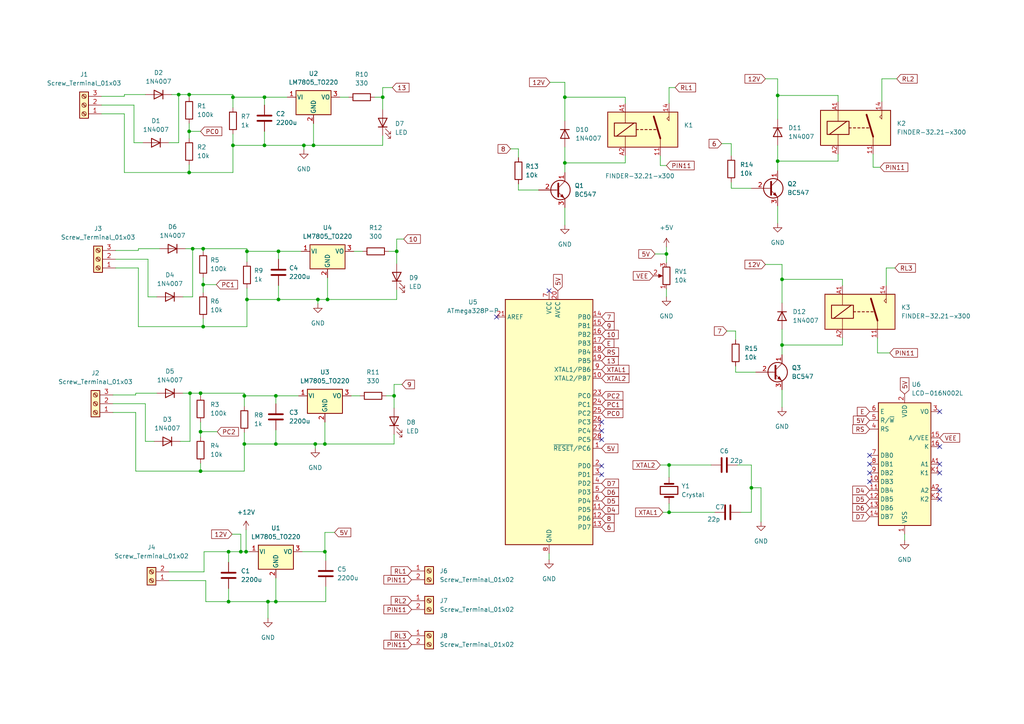
<source format=kicad_sch>
(kicad_sch (version 20211123) (generator eeschema)
  (paper "A4")
  (lib_symbols
    (symbol "Connector:Screw_Terminal_01x02" (pin_names (offset 1.016) hide)
      (property "Reference" "J" (at 0 2.54 0))
      (property "Value" "Screw_Terminal_01x02" (at 0 -5.08 0))
      (symbol "Screw_Terminal_01x02_1_1"
        (rectangle (start -1.27 1.27) (end 1.27 -3.81) (stroke (width 0.254)) (fill (type background)))
        (circle (center 0 -2.54) (radius 0.635) (stroke (width 0.1524)))
        (polyline (pts (xy -0.5334 -2.2098) (xy 0.3302 -3.048)) (stroke (width 0.1524)))
        (polyline (pts (xy -0.5334 0.3302) (xy 0.3302 -0.508)) (stroke (width 0.1524)))
        (polyline (pts (xy -0.3556 -2.032) (xy 0.508 -2.8702)) (stroke (width 0.1524)))
        (polyline (pts (xy -0.3556 0.508) (xy 0.508 -0.3302)) (stroke (width 0.1524)))
        (circle (center 0 0) (radius 0.635) (stroke (width 0.1524)))
        (pin passive line (at -5.08 0 0) (length 3.81) (name "Pin_1") (number "1"))
        (pin passive line (at -5.08 -2.54 0) (length 3.81) (name "Pin_2") (number "2"))
      )
    )
    (symbol "Connector:Screw_Terminal_01x03" (pin_names (offset 1.016) hide)
      (property "Reference" "J" (at 0 5.08 0))
      (property "Value" "Screw_Terminal_01x03" (at 0 -5.08 0))
      (symbol "Screw_Terminal_01x03_1_1"
        (rectangle (start -1.27 3.81) (end 1.27 -3.81) (stroke (width 0.254)) (fill (type background)))
        (circle (center 0 -2.54) (radius 0.635) (stroke (width 0.1524)))
        (polyline (pts (xy -0.5334 -2.2098) (xy 0.3302 -3.048)) (stroke (width 0.1524)))
        (polyline (pts (xy -0.5334 0.3302) (xy 0.3302 -0.508)) (stroke (width 0.1524)))
        (polyline (pts (xy -0.5334 2.8702) (xy 0.3302 2.032)) (stroke (width 0.1524)))
        (polyline (pts (xy -0.3556 -2.032) (xy 0.508 -2.8702)) (stroke (width 0.1524)))
        (polyline (pts (xy -0.3556 0.508) (xy 0.508 -0.3302)) (stroke (width 0.1524)))
        (polyline (pts (xy -0.3556 3.048) (xy 0.508 2.2098)) (stroke (width 0.1524)))
        (circle (center 0 0) (radius 0.635) (stroke (width 0.1524)))
        (circle (center 0 2.54) (radius 0.635) (stroke (width 0.1524)))
        (pin passive line (at -5.08 2.54 0) (length 3.81) (name "Pin_1") (number "1"))
        (pin passive line (at -5.08 0 0) (length 3.81) (name "Pin_2") (number "2"))
        (pin passive line (at -5.08 -2.54 0) (length 3.81) (name "Pin_3") (number "3"))
      )
    )
    (symbol "Device:C" (pin_numbers hide) (pin_names (offset 0.254))
      (property "Reference" "C" (at 0.635 2.54 0))
      (property "Value" "C" (at 0.635 -2.54 0))
      (symbol "C_0_1"
        (polyline (pts (xy -2.032 -0.762) (xy 2.032 -0.762)) (stroke (width 0.508)))
        (polyline (pts (xy -2.032 0.762) (xy 2.032 0.762)) (stroke (width 0.508)))
      )
      (symbol "C_1_1"
        (pin passive line (at 0 3.81 270) (length 2.794) (name "~") (number "1"))
        (pin passive line (at 0 -3.81 90) (length 2.794) (name "~") (number "2"))
      )
    )
    (symbol "Device:Crystal" (pin_numbers hide) (pin_names (offset 1.016) hide)
      (property "Reference" "Y" (at 0 3.81 0))
      (property "Value" "Crystal" (at 0 -3.81 0))
      (symbol "Crystal_0_1"
        (rectangle (start -1.143 2.54) (end 1.143 -2.54) (stroke (width 0.3048)))
        (polyline (pts (xy -2.54 0) (xy -1.905 0)))
        (polyline (pts (xy -1.905 -1.27) (xy -1.905 1.27)) (stroke (width 0.508)))
        (polyline (pts (xy 1.905 -1.27) (xy 1.905 1.27)) (stroke (width 0.508)))
        (polyline (pts (xy 2.54 0) (xy 1.905 0)))
      )
      (symbol "Crystal_1_1"
        (pin passive line (at -3.81 0 0) (length 1.27) (name "1") (number "1"))
        (pin passive line (at 3.81 0 180) (length 1.27) (name "2") (number "2"))
      )
    )
    (symbol "Device:LED" (pin_numbers hide) (pin_names (offset 1.016) hide)
      (property "Reference" "D" (at 0 2.54 0))
      (property "Value" "LED" (at 0 -2.54 0))
      (symbol "LED_0_1"
        (polyline (pts (xy -1.27 -1.27) (xy -1.27 1.27)) (stroke (width 0.254)))
        (polyline (pts (xy -1.27 0) (xy 1.27 0)))
        (polyline (pts (xy 1.27 -1.27) (xy 1.27 1.27) (xy -1.27 0) (xy 1.27 -1.27)) (stroke (width 0.254)))
        (polyline (pts (xy -3.048 -0.762) (xy -4.572 -2.286) (xy -3.81 -2.286) (xy -4.572 -2.286) (xy -4.572 -1.524)))
        (polyline (pts (xy -1.778 -0.762) (xy -3.302 -2.286) (xy -2.54 -2.286) (xy -3.302 -2.286) (xy -3.302 -1.524)))
      )
      (symbol "LED_1_1"
        (pin passive line (at -3.81 0 0) (length 2.54) (name "K") (number "1"))
        (pin passive line (at 3.81 0 180) (length 2.54) (name "A") (number "2"))
      )
    )
    (symbol "Device:R" (pin_numbers hide) (pin_names (offset 0))
      (property "Reference" "R" (at 2.032 0 90))
      (property "Value" "R" (at 0 0 90))
      (symbol "R_0_1"
        (rectangle (start -1.016 -2.54) (end 1.016 2.54) (stroke (width 0.254)))
      )
      (symbol "R_1_1"
        (pin passive line (at 0 3.81 270) (length 1.27) (name "~") (number "1"))
        (pin passive line (at 0 -3.81 90) (length 1.27) (name "~") (number "2"))
      )
    )
    (symbol "Device:R_Potentiometer" (pin_names (offset 1.016) hide)
      (property "Reference" "RV" (at -4.445 0 90))
      (property "Value" "R_Potentiometer" (at -2.54 0 90))
      (symbol "R_Potentiometer_0_1"
        (polyline (pts (xy 2.54 0) (xy 1.524 0)))
        (polyline (pts (xy 1.143 0) (xy 2.286 0.508) (xy 2.286 -0.508) (xy 1.143 0)) (fill (type outline)))
        (rectangle (start 1.016 2.54) (end -1.016 -2.54) (stroke (width 0.254)))
      )
      (symbol "R_Potentiometer_1_1"
        (pin passive line (at 0 3.81 270) (length 1.27) (name "1") (number "1"))
        (pin passive line (at 3.81 0 180) (length 1.27) (name "2") (number "2"))
        (pin passive line (at 0 -3.81 90) (length 1.27) (name "3") (number "3"))
      )
    )
    (symbol "Diode:1N4007" (pin_numbers hide) (pin_names (offset 1.016) hide)
      (property "Reference" "D" (at 0 2.54 0))
      (property "Value" "1N4007" (at 0 -2.54 0))
      (symbol "1N4007_0_1"
        (polyline (pts (xy -1.27 1.27) (xy -1.27 -1.27)) (stroke (width 0.254)))
        (polyline (pts (xy 1.27 0) (xy -1.27 0)))
        (polyline (pts (xy 1.27 1.27) (xy 1.27 -1.27) (xy -1.27 0) (xy 1.27 1.27)) (stroke (width 0.254)))
      )
      (symbol "1N4007_1_1"
        (pin passive line (at -3.81 0 0) (length 2.54) (name "K") (number "1"))
        (pin passive line (at 3.81 0 180) (length 2.54) (name "A") (number "2"))
      )
    )
    (symbol "Display_Character:LCD-016N002L"
      (property "Reference" "U" (at -6.35 18.796 0))
      (property "Value" "LCD-016N002L" (at 8.636 18.796 0))
      (symbol "LCD-016N002L_1_1"
        (rectangle (start -7.62 17.78) (end 7.62 -17.78) (stroke (width 0.254)) (fill (type background)))
        (pin power_in line (at 0 -20.32 90) (length 2.54) (name "VSS") (number "1"))
        (pin bidirectional line (at -10.16 -5.08 0) (length 2.54) (name "DB3") (number "10"))
        (pin bidirectional line (at -10.16 -7.62 0) (length 2.54) (name "DB4") (number "11"))
        (pin bidirectional line (at -10.16 -10.16 0) (length 2.54) (name "DB5") (number "12"))
        (pin bidirectional line (at -10.16 -12.7 0) (length 2.54) (name "DB6") (number "13"))
        (pin bidirectional line (at -10.16 -15.24 0) (length 2.54) (name "DB7") (number "14"))
        (pin power_in line (at 10.16 7.62 180) (length 2.54) (name "A/VEE") (number "15"))
        (pin power_in line (at 10.16 5.08 180) (length 2.54) (name "K") (number "16"))
        (pin power_in line (at 0 20.32 270) (length 2.54) (name "VDD") (number "2"))
        (pin input line (at 10.16 15.24 180) (length 2.54) (name "VO") (number "3"))
        (pin input line (at -10.16 10.16 0) (length 2.54) (name "RS") (number "4"))
        (pin input line (at -10.16 12.7 0) (length 2.54) (name "R/~{W}") (number "5"))
        (pin input line (at -10.16 15.24 0) (length 2.54) (name "E") (number "6"))
        (pin bidirectional line (at -10.16 2.54 0) (length 2.54) (name "DB0") (number "7"))
        (pin bidirectional line (at -10.16 0 0) (length 2.54) (name "DB1") (number "8"))
        (pin bidirectional line (at -10.16 -2.54 0) (length 2.54) (name "DB2") (number "9"))
        (pin power_in line (at 10.16 0 180) (length 2.54) (name "A1") (number "A1"))
        (pin power_in line (at 10.16 -7.62 180) (length 2.54) (name "A2") (number "A2"))
        (pin power_in line (at 10.16 -2.54 180) (length 2.54) (name "K1") (number "K1"))
        (pin power_in line (at 10.16 -10.16 180) (length 2.54) (name "K2") (number "K2"))
      )
    )
    (symbol "MCU_Microchip_ATmega:ATmega328P-P"
      (property "Reference" "U" (at -12.7 36.83 0))
      (property "Value" "ATmega328P-P" (at 2.54 -36.83 0))
      (symbol "ATmega328P-P_0_1"
        (rectangle (start -12.7 -35.56) (end 12.7 35.56) (stroke (width 0.254)) (fill (type background)))
      )
      (symbol "ATmega328P-P_1_1"
        (pin bidirectional line (at 15.24 -7.62 180) (length 2.54) (name "~{RESET}/PC6") (number "1"))
        (pin bidirectional line (at 15.24 12.7 180) (length 2.54) (name "XTAL2/PB7") (number "10"))
        (pin bidirectional line (at 15.24 -25.4 180) (length 2.54) (name "PD5") (number "11"))
        (pin bidirectional line (at 15.24 -27.94 180) (length 2.54) (name "PD6") (number "12"))
        (pin bidirectional line (at 15.24 -30.48 180) (length 2.54) (name "PD7") (number "13"))
        (pin bidirectional line (at 15.24 30.48 180) (length 2.54) (name "PB0") (number "14"))
        (pin bidirectional line (at 15.24 27.94 180) (length 2.54) (name "PB1") (number "15"))
        (pin bidirectional line (at 15.24 25.4 180) (length 2.54) (name "PB2") (number "16"))
        (pin bidirectional line (at 15.24 22.86 180) (length 2.54) (name "PB3") (number "17"))
        (pin bidirectional line (at 15.24 20.32 180) (length 2.54) (name "PB4") (number "18"))
        (pin bidirectional line (at 15.24 17.78 180) (length 2.54) (name "PB5") (number "19"))
        (pin bidirectional line (at 15.24 -12.7 180) (length 2.54) (name "PD0") (number "2"))
        (pin power_in line (at 2.54 38.1 270) (length 2.54) (name "AVCC") (number "20"))
        (pin passive line (at -15.24 30.48 0) (length 2.54) (name "AREF") (number "21"))
        (pin passive line (at 0 -38.1 90) (length 2.54) hide (name "GND") (number "22"))
        (pin bidirectional line (at 15.24 7.62 180) (length 2.54) (name "PC0") (number "23"))
        (pin bidirectional line (at 15.24 5.08 180) (length 2.54) (name "PC1") (number "24"))
        (pin bidirectional line (at 15.24 2.54 180) (length 2.54) (name "PC2") (number "25"))
        (pin bidirectional line (at 15.24 0 180) (length 2.54) (name "PC3") (number "26"))
        (pin bidirectional line (at 15.24 -2.54 180) (length 2.54) (name "PC4") (number "27"))
        (pin bidirectional line (at 15.24 -5.08 180) (length 2.54) (name "PC5") (number "28"))
        (pin bidirectional line (at 15.24 -15.24 180) (length 2.54) (name "PD1") (number "3"))
        (pin bidirectional line (at 15.24 -17.78 180) (length 2.54) (name "PD2") (number "4"))
        (pin bidirectional line (at 15.24 -20.32 180) (length 2.54) (name "PD3") (number "5"))
        (pin bidirectional line (at 15.24 -22.86 180) (length 2.54) (name "PD4") (number "6"))
        (pin power_in line (at 0 38.1 270) (length 2.54) (name "VCC") (number "7"))
        (pin power_in line (at 0 -38.1 90) (length 2.54) (name "GND") (number "8"))
        (pin bidirectional line (at 15.24 15.24 180) (length 2.54) (name "XTAL1/PB6") (number "9"))
      )
    )
    (symbol "Regulator_Linear:LM7805_TO220" (pin_names (offset 0.254))
      (property "Reference" "U" (at -3.81 3.175 0))
      (property "Value" "LM7805_TO220" (at 0 3.175 0))
      (symbol "LM7805_TO220_0_1"
        (rectangle (start -5.08 1.905) (end 5.08 -5.08) (stroke (width 0.254)) (fill (type background)))
      )
      (symbol "LM7805_TO220_1_1"
        (pin power_in line (at -7.62 0 0) (length 2.54) (name "VI") (number "1"))
        (pin power_in line (at 0 -7.62 90) (length 2.54) (name "GND") (number "2"))
        (pin power_out line (at 7.62 0 180) (length 2.54) (name "VO") (number "3"))
      )
    )
    (symbol "Relay:FINDER-32.21-x300"
      (property "Reference" "K" (at 11.43 3.81 0))
      (property "Value" "FINDER-32.21-x300" (at 11.43 1.27 0))
      (symbol "FINDER-32.21-x300_0_1"
        (rectangle (start -10.16 5.08) (end 10.16 -5.08) (stroke (width 0.254)) (fill (type background)))
        (rectangle (start -8.255 1.905) (end -1.905 -1.905) (stroke (width 0.254)))
        (polyline (pts (xy -7.62 -1.905) (xy -2.54 1.905)) (stroke (width 0.254)))
        (polyline (pts (xy -5.08 -5.08) (xy -5.08 -1.905)))
        (polyline (pts (xy -5.08 5.08) (xy -5.08 1.905)))
        (polyline (pts (xy -1.905 0) (xy -1.27 0)) (stroke (width 0.254)))
        (polyline (pts (xy -0.635 0) (xy 0 0)) (stroke (width 0.254)))
        (polyline (pts (xy 0.635 0) (xy 1.27 0)) (stroke (width 0.254)))
        (polyline (pts (xy 1.905 0) (xy 2.54 0)) (stroke (width 0.254)))
        (polyline (pts (xy 3.175 0) (xy 3.81 0)) (stroke (width 0.254)))
        (polyline (pts (xy 5.08 -2.54) (xy 3.175 3.81)) (stroke (width 0.508)))
        (polyline (pts (xy 5.08 -2.54) (xy 5.08 -5.08)))
        (polyline (pts (xy 7.62 5.08) (xy 7.62 2.54) (xy 6.985 3.175) (xy 7.62 3.81)))
      )
      (symbol "FINDER-32.21-x300_1_1"
        (pin passive line (at 5.08 -7.62 90) (length 2.54) (name "~") (number "11"))
        (pin passive line (at 7.62 7.62 270) (length 2.54) (name "~") (number "14"))
        (pin passive line (at -5.08 7.62 270) (length 2.54) (name "~") (number "A1"))
        (pin passive line (at -5.08 -7.62 90) (length 2.54) (name "~") (number "A2"))
      )
    )
    (symbol "Transistor_BJT:BC547" (pin_names (offset 0) hide)
      (property "Reference" "Q" (at 5.08 1.905 0))
      (property "Value" "BC547" (at 5.08 0 0))
      (symbol "BC547_0_1"
        (polyline (pts (xy 0 0) (xy 0.635 0)))
        (polyline (pts (xy 0.635 0.635) (xy 2.54 2.54)))
        (polyline (pts (xy 0.635 -0.635) (xy 2.54 -2.54) (xy 2.54 -2.54)))
        (polyline (pts (xy 0.635 1.905) (xy 0.635 -1.905) (xy 0.635 -1.905)) (stroke (width 0.508)))
        (polyline (pts (xy 1.27 -1.778) (xy 1.778 -1.27) (xy 2.286 -2.286) (xy 1.27 -1.778) (xy 1.27 -1.778)) (fill (type outline)))
        (circle (center 1.27 0) (radius 2.8194) (stroke (width 0.254)))
      )
      (symbol "BC547_1_1"
        (pin passive line (at 2.54 5.08 270) (length 2.54) (name "C") (number "1"))
        (pin input line (at -5.08 0 0) (length 5.08) (name "B") (number "2"))
        (pin passive line (at 2.54 -5.08 90) (length 2.54) (name "E") (number "3"))
      )
    )
    (symbol "power:+12V" (power) (pin_names (offset 0))
      (property "Value" "+12V" (at 0 3.556 0))
      (symbol "+12V_0_1"
        (polyline (pts (xy -0.762 1.27) (xy 0 2.54)))
        (polyline (pts (xy 0 0) (xy 0 2.54)))
        (polyline (pts (xy 0 2.54) (xy 0.762 1.27)))
      )
      (symbol "+12V_1_1"
        (pin power_in line (at 0 0 90) (length 0) hide (name "+12V") (number "1"))
      )
    )
    (symbol "power:+5V" (power) (pin_names (offset 0))
      (property "Value" "+5V" (at 0 3.556 0))
      (symbol "+5V_0_1"
        (polyline (pts (xy -0.762 1.27) (xy 0 2.54)))
        (polyline (pts (xy 0 0) (xy 0 2.54)))
        (polyline (pts (xy 0 2.54) (xy 0.762 1.27)))
      )
      (symbol "+5V_1_1"
        (pin power_in line (at 0 0 90) (length 0) hide (name "+5V") (number "1"))
      )
    )
    (symbol "power:GND" (power) (pin_names (offset 0))
      (property "Value" "GND" (at 0 -3.81 0))
      (symbol "GND_0_1"
        (polyline (pts (xy 0 0) (xy 0 -1.27) (xy 1.27 -1.27) (xy 0 -2.54) (xy -1.27 -1.27) (xy 0 -1.27)))
      )
      (symbol "GND_1_1"
        (pin power_in line (at 0 0 270) (length 0) hide (name "GND") (number "1"))
      )
    )
  )
  (junction (at 80.01 114.808))
  (junction (at 58.166 136.652))
  (junction (at 71.374 160.02))
  (junction (at 55.88 72.136))
  (junction (at 91.44 128.778))
  (junction (at 58.166 125.222))
  (junction (at 94.234 160.02))
  (junction (at 90.932 42.164))
  (junction (at 80.01 128.778))
  (junction (at 226.822 100.076))
  (junction (at 66.294 174.498))
  (junction (at 94.996 86.868))
  (junction (at 51.816 27.432))
  (junction (at 66.294 160.02))
  (junction (at 58.928 94.742))
  (junction (at 67.564 42.164))
  (junction (at 54.864 50.038))
  (junction (at 225.552 27.686))
  (junction (at 54.864 27.432))
  (junction (at 163.83 47.244))
  (junction (at 76.708 28.194))
  (junction (at 70.866 128.778))
  (junction (at 115.062 72.898))
  (junction (at 80.772 72.898))
  (junction (at 217.932 141.478))
  (junction (at 92.202 86.868))
  (junction (at 77.724 174.498))
  (junction (at 226.822 81.026))
  (junction (at 194.056 134.874))
  (junction (at 110.998 28.194))
  (junction (at 88.138 42.164))
  (junction (at 225.552 46.736))
  (junction (at 71.628 72.898))
  (junction (at 67.564 28.194))
  (junction (at 163.83 28.194))
  (junction (at 71.628 86.868))
  (junction (at 76.708 42.164))
  (junction (at 94.234 128.778))
  (junction (at 55.118 114.046))
  (junction (at 58.928 72.136))
  (junction (at 58.928 82.55))
  (junction (at 114.3 114.808))
  (junction (at 194.056 148.59))
  (junction (at 70.866 114.808))
  (junction (at 80.01 174.498))
  (junction (at 69.85 160.02))
  (junction (at 58.166 114.046))
  (junction (at 80.772 86.868))
  (junction (at 54.864 38.1))
  (junction (at 193.294 73.66))
  (no_connect (at 252.222 132.08))
  (no_connect (at 272.542 119.38))
  (no_connect (at 272.542 129.54))
  (no_connect (at 252.222 134.62))
  (no_connect (at 252.222 137.16))
  (no_connect (at 252.222 139.7))
  (no_connect (at 272.542 134.62))
  (no_connect (at 272.542 137.16))
  (no_connect (at 272.542 142.24))
  (no_connect (at 272.542 144.78))
  (no_connect (at 174.498 135.128))
  (no_connect (at 174.498 137.668))
  (no_connect (at 174.498 127.508))
  (no_connect (at 144.018 91.948))
  (no_connect (at 174.498 122.428))
  (no_connect (at 174.498 124.968))
  (no_connect (at 159.258 84.328))
  (wire (pts (xy 244.348 100.076) (xy 226.822 100.076)))
  (wire (pts (xy 70.866 136.652) (xy 58.166 136.652)))
  (wire (pts (xy 114.3 114.808) (xy 114.3 118.364)))
  (wire (pts (xy 45.466 86.106) (xy 42.926 86.106)))
  (wire (pts (xy 67.564 38.862) (xy 67.564 42.164)))
  (wire (pts (xy 163.83 47.244) (xy 163.83 50.038)))
  (wire (pts (xy 97.028 154.432) (xy 94.234 154.432)))
  (wire (pts (xy 58.166 122.428) (xy 58.166 125.222)))
  (wire (pts (xy 210.82 96.012) (xy 213.36 96.012)))
  (wire (pts (xy 217.932 148.59) (xy 214.884 148.59)))
  (wire (pts (xy 39.37 119.634) (xy 39.37 136.652)))
  (wire (pts (xy 181.356 47.244) (xy 163.83 47.244)))
  (wire (pts (xy 32.766 114.554) (xy 39.37 114.554)))
  (wire (pts (xy 58.166 136.652) (xy 39.37 136.652)))
  (wire (pts (xy 59.182 165.862) (xy 59.182 160.02)))
  (wire (pts (xy 221.996 22.86) (xy 225.552 22.86)))
  (wire (pts (xy 258.064 102.362) (xy 254.508 102.362)))
  (wire (pts (xy 91.44 128.778) (xy 94.234 128.778)))
  (wire (pts (xy 225.552 46.736) (xy 225.552 49.53)))
  (wire (pts (xy 58.166 125.222) (xy 58.166 126.746)))
  (wire (pts (xy 112.776 72.898) (xy 115.062 72.898)))
  (wire (pts (xy 36.068 27.94) (xy 36.068 27.432)))
  (wire (pts (xy 163.83 28.194) (xy 181.356 28.194)))
  (wire (pts (xy 67.564 31.242) (xy 67.564 28.194)))
  (wire (pts (xy 33.528 75.184) (xy 42.926 75.184)))
  (wire (pts (xy 194.056 146.05) (xy 194.056 148.59)))
  (wire (pts (xy 194.056 148.59) (xy 207.264 148.59)))
  (wire (pts (xy 189.992 73.66) (xy 193.294 73.66)))
  (wire (pts (xy 71.628 72.898) (xy 80.772 72.898)))
  (wire (pts (xy 51.816 27.432) (xy 54.864 27.432)))
  (wire (pts (xy 194.056 25.4) (xy 194.056 29.972)))
  (wire (pts (xy 94.996 80.518) (xy 94.996 86.868)))
  (wire (pts (xy 55.88 72.136) (xy 55.88 86.106)))
  (wire (pts (xy 80.01 124.714) (xy 80.01 128.778)))
  (wire (pts (xy 44.704 128.016) (xy 42.164 128.016)))
  (wire (pts (xy 70.866 128.778) (xy 80.01 128.778)))
  (wire (pts (xy 66.294 174.498) (xy 77.724 174.498)))
  (wire (pts (xy 192.278 148.59) (xy 194.056 148.59)))
  (wire (pts (xy 112.014 114.808) (xy 114.3 114.808)))
  (wire (pts (xy 94.488 174.498) (xy 94.488 170.18)))
  (wire (pts (xy 193.294 73.66) (xy 193.294 76.2)))
  (wire (pts (xy 33.528 72.644) (xy 40.132 72.644)))
  (wire (pts (xy 80.01 174.498) (xy 94.488 174.498)))
  (wire (pts (xy 59.182 160.02) (xy 66.294 160.02)))
  (wire (pts (xy 29.464 33.02) (xy 36.068 33.02)))
  (wire (pts (xy 260.096 22.86) (xy 255.778 22.86)))
  (wire (pts (xy 49.022 168.402) (xy 59.69 168.402)))
  (wire (pts (xy 58.928 82.55) (xy 62.738 82.55)))
  (wire (pts (xy 88.138 42.164) (xy 90.932 42.164)))
  (wire (pts (xy 77.724 174.498) (xy 80.01 174.498)))
  (wire (pts (xy 91.44 128.778) (xy 91.44 130.048)))
  (wire (pts (xy 226.822 95.504) (xy 226.822 100.076)))
  (wire (pts (xy 244.348 81.026) (xy 244.348 82.804)))
  (wire (pts (xy 36.068 27.432) (xy 42.164 27.432)))
  (wire (pts (xy 225.552 34.544) (xy 225.552 27.686)))
  (wire (pts (xy 53.086 114.046) (xy 55.118 114.046)))
  (wire (pts (xy 71.628 86.868) (xy 71.628 94.742)))
  (wire (pts (xy 58.166 134.366) (xy 58.166 136.652)))
  (wire (pts (xy 193.294 83.82) (xy 193.294 86.106)))
  (wire (pts (xy 221.996 76.708) (xy 226.822 76.708)))
  (wire (pts (xy 58.166 114.046) (xy 70.866 114.046)))
  (wire (pts (xy 115.062 72.898) (xy 115.062 76.454)))
  (wire (pts (xy 194.056 138.43) (xy 194.056 134.874)))
  (wire (pts (xy 39.37 114.046) (xy 45.466 114.046)))
  (wire (pts (xy 94.234 122.428) (xy 94.234 128.778)))
  (wire (pts (xy 150.368 53.34) (xy 150.368 55.118)))
  (wire (pts (xy 49.022 165.862) (xy 59.182 165.862)))
  (wire (pts (xy 41.402 41.402) (xy 38.862 41.402)))
  (wire (pts (xy 70.866 114.808) (xy 80.01 114.808)))
  (wire (pts (xy 226.822 100.076) (xy 226.822 102.87)))
  (wire (pts (xy 71.628 72.136) (xy 71.628 72.898)))
  (wire (pts (xy 163.83 60.198) (xy 163.83 65.278)))
  (wire (pts (xy 58.166 114.808) (xy 58.166 114.046)))
  (wire (pts (xy 113.792 25.4) (xy 110.998 25.4)))
  (wire (pts (xy 54.864 28.194) (xy 54.864 27.432)))
  (wire (pts (xy 212.09 54.61) (xy 217.932 54.61)))
  (wire (pts (xy 159.512 23.876) (xy 163.83 23.876)))
  (wire (pts (xy 66.294 160.02) (xy 66.294 163.068)))
  (wire (pts (xy 70.866 114.046) (xy 70.866 114.808)))
  (wire (pts (xy 59.69 174.498) (xy 66.294 174.498)))
  (wire (pts (xy 69.85 160.02) (xy 71.374 160.02)))
  (wire (pts (xy 80.01 128.778) (xy 91.44 128.778)))
  (wire (pts (xy 101.854 114.808) (xy 104.394 114.808)))
  (wire (pts (xy 58.928 72.136) (xy 71.628 72.136)))
  (wire (pts (xy 76.708 38.1) (xy 76.708 42.164)))
  (wire (pts (xy 193.294 71.628) (xy 193.294 73.66)))
  (wire (pts (xy 70.866 117.856) (xy 70.866 114.808)))
  (wire (pts (xy 181.356 45.212) (xy 181.356 47.244)))
  (wire (pts (xy 40.132 72.136) (xy 46.228 72.136)))
  (wire (pts (xy 32.766 119.634) (xy 39.37 119.634)))
  (wire (pts (xy 191.516 48.006) (xy 191.516 45.212)))
  (wire (pts (xy 181.356 28.194) (xy 181.356 29.972)))
  (wire (pts (xy 80.01 167.64) (xy 80.01 174.498)))
  (wire (pts (xy 226.822 81.026) (xy 244.348 81.026)))
  (wire (pts (xy 55.88 72.136) (xy 58.928 72.136)))
  (wire (pts (xy 69.85 160.02) (xy 66.294 160.02)))
  (wire (pts (xy 212.09 52.832) (xy 212.09 54.61)))
  (wire (pts (xy 70.866 125.476) (xy 70.866 128.778)))
  (wire (pts (xy 80.772 72.898) (xy 80.772 75.184)))
  (wire (pts (xy 108.712 28.194) (xy 110.998 28.194)))
  (wire (pts (xy 49.784 27.432) (xy 51.816 27.432)))
  (wire (pts (xy 220.726 141.478) (xy 217.932 141.478)))
  (wire (pts (xy 114.3 125.984) (xy 114.3 128.778)))
  (wire (pts (xy 58.928 94.742) (xy 40.132 94.742)))
  (wire (pts (xy 54.864 27.432) (xy 67.564 27.432)))
  (wire (pts (xy 38.862 30.48) (xy 38.862 41.402)))
  (wire (pts (xy 33.528 77.724) (xy 40.132 77.724)))
  (wire (pts (xy 58.928 82.55) (xy 58.928 84.836)))
  (wire (pts (xy 225.552 27.686) (xy 243.078 27.686)))
  (wire (pts (xy 71.374 153.67) (xy 71.374 160.02)))
  (wire (pts (xy 71.628 86.868) (xy 80.772 86.868)))
  (wire (pts (xy 29.464 30.48) (xy 38.862 30.48)))
  (wire (pts (xy 226.822 76.708) (xy 226.822 81.026)))
  (wire (pts (xy 77.724 179.324) (xy 77.724 174.498)))
  (wire (pts (xy 150.368 55.118) (xy 156.21 55.118)))
  (wire (pts (xy 51.816 27.432) (xy 51.816 41.402)))
  (wire (pts (xy 76.708 28.194) (xy 76.708 30.48)))
  (wire (pts (xy 92.202 86.868) (xy 92.202 88.138)))
  (wire (pts (xy 217.932 141.478) (xy 217.932 148.59)))
  (wire (pts (xy 55.118 114.046) (xy 58.166 114.046)))
  (wire (pts (xy 67.564 50.038) (xy 54.864 50.038)))
  (wire (pts (xy 80.772 86.868) (xy 92.202 86.868)))
  (wire (pts (xy 115.062 84.074) (xy 115.062 86.868)))
  (wire (pts (xy 225.552 59.69) (xy 225.552 64.77)))
  (wire (pts (xy 195.834 25.4) (xy 194.056 25.4)))
  (wire (pts (xy 213.36 107.95) (xy 219.202 107.95)))
  (wire (pts (xy 243.078 44.704) (xy 243.078 46.736)))
  (wire (pts (xy 225.552 22.86) (xy 225.552 27.686)))
  (wire (pts (xy 163.83 42.672) (xy 163.83 47.244)))
  (wire (pts (xy 115.062 86.868) (xy 94.996 86.868)))
  (wire (pts (xy 226.822 87.884) (xy 226.822 81.026)))
  (wire (pts (xy 36.068 33.02) (xy 36.068 50.038)))
  (wire (pts (xy 90.932 35.814) (xy 90.932 42.164)))
  (wire (pts (xy 110.998 28.194) (xy 110.998 31.75)))
  (wire (pts (xy 110.998 42.164) (xy 90.932 42.164)))
  (wire (pts (xy 148.082 43.18) (xy 150.368 43.18)))
  (wire (pts (xy 116.586 111.506) (xy 114.3 111.506)))
  (wire (pts (xy 243.078 27.686) (xy 243.078 29.464)))
  (wire (pts (xy 80.772 82.804) (xy 80.772 86.868)))
  (wire (pts (xy 42.926 75.184) (xy 42.926 86.106)))
  (wire (pts (xy 58.166 125.222) (xy 62.992 125.222)))
  (wire (pts (xy 70.866 128.778) (xy 70.866 136.652)))
  (wire (pts (xy 66.294 170.688) (xy 66.294 174.498)))
  (wire (pts (xy 67.31 154.94) (xy 69.85 154.94)))
  (wire (pts (xy 87.63 160.02) (xy 94.234 160.02)))
  (wire (pts (xy 88.138 42.164) (xy 88.138 43.434)))
  (wire (pts (xy 244.348 98.044) (xy 244.348 100.076)))
  (wire (pts (xy 193.294 48.006) (xy 191.516 48.006)))
  (wire (pts (xy 213.36 106.172) (xy 213.36 107.95)))
  (wire (pts (xy 115.062 69.342) (xy 115.062 72.898)))
  (wire (pts (xy 114.3 128.778) (xy 94.234 128.778)))
  (wire (pts (xy 67.564 28.194) (xy 76.708 28.194)))
  (wire (pts (xy 67.564 42.164) (xy 76.708 42.164)))
  (wire (pts (xy 58.928 72.898) (xy 58.928 72.136)))
  (wire (pts (xy 71.628 94.742) (xy 58.928 94.742)))
  (wire (pts (xy 257.048 77.724) (xy 257.048 82.804)))
  (wire (pts (xy 255.778 22.86) (xy 255.778 29.464)))
  (wire (pts (xy 58.928 80.518) (xy 58.928 82.55)))
  (wire (pts (xy 52.324 128.016) (xy 55.118 128.016)))
  (wire (pts (xy 194.056 134.874) (xy 206.248 134.874)))
  (wire (pts (xy 217.932 134.874) (xy 217.932 141.478)))
  (wire (pts (xy 226.822 113.03) (xy 226.822 118.11)))
  (wire (pts (xy 94.488 160.02) (xy 94.488 162.56)))
  (wire (pts (xy 94.234 160.02) (xy 94.488 160.02)))
  (wire (pts (xy 102.616 72.898) (xy 105.156 72.898)))
  (wire (pts (xy 255.27 48.514) (xy 253.238 48.514)))
  (wire (pts (xy 117.094 69.342) (xy 115.062 69.342)))
  (wire (pts (xy 58.928 92.456) (xy 58.928 94.742)))
  (wire (pts (xy 76.708 42.164) (xy 88.138 42.164)))
  (wire (pts (xy 114.3 111.506) (xy 114.3 114.808)))
  (wire (pts (xy 55.118 114.046) (xy 55.118 128.016)))
  (wire (pts (xy 67.564 27.432) (xy 67.564 28.194)))
  (wire (pts (xy 67.564 42.164) (xy 67.564 50.038)))
  (wire (pts (xy 191.516 134.874) (xy 194.056 134.874)))
  (wire (pts (xy 110.998 25.4) (xy 110.998 28.194)))
  (wire (pts (xy 98.552 28.194) (xy 101.092 28.194)))
  (wire (pts (xy 40.132 77.724) (xy 40.132 94.742)))
  (wire (pts (xy 254.508 102.362) (xy 254.508 98.044)))
  (wire (pts (xy 163.83 35.052) (xy 163.83 28.194)))
  (wire (pts (xy 80.01 114.808) (xy 80.01 117.094)))
  (wire (pts (xy 59.69 168.402) (xy 59.69 174.498)))
  (wire (pts (xy 163.83 23.876) (xy 163.83 28.194)))
  (wire (pts (xy 94.234 154.432) (xy 94.234 160.02)))
  (wire (pts (xy 212.09 41.656) (xy 212.09 45.212)))
  (wire (pts (xy 225.552 42.164) (xy 225.552 46.736)))
  (wire (pts (xy 49.022 41.402) (xy 51.816 41.402)))
  (wire (pts (xy 92.202 86.868) (xy 94.996 86.868)))
  (wire (pts (xy 87.376 72.898) (xy 80.772 72.898)))
  (wire (pts (xy 40.132 72.644) (xy 40.132 72.136)))
  (wire (pts (xy 32.766 117.094) (xy 42.164 117.094)))
  (wire (pts (xy 54.864 47.752) (xy 54.864 50.038)))
  (wire (pts (xy 86.614 114.808) (xy 80.01 114.808)))
  (wire (pts (xy 39.37 114.554) (xy 39.37 114.046)))
  (wire (pts (xy 83.312 28.194) (xy 76.708 28.194)))
  (wire (pts (xy 253.238 48.514) (xy 253.238 44.704)))
  (wire (pts (xy 54.864 38.1) (xy 58.166 38.1)))
  (wire (pts (xy 42.164 117.094) (xy 42.164 128.016)))
  (wire (pts (xy 71.374 160.02) (xy 72.39 160.02)))
  (wire (pts (xy 110.998 39.37) (xy 110.998 42.164)))
  (wire (pts (xy 54.864 35.814) (xy 54.864 38.1)))
  (wire (pts (xy 213.36 96.012) (xy 213.36 98.552)))
  (wire (pts (xy 159.258 160.528) (xy 159.258 162.306)))
  (wire (pts (xy 259.588 77.724) (xy 257.048 77.724)))
  (wire (pts (xy 220.726 151.384) (xy 220.726 141.478)))
  (wire (pts (xy 262.382 154.94) (xy 262.382 156.718)))
  (wire (pts (xy 243.078 46.736) (xy 225.552 46.736)))
  (wire (pts (xy 69.85 154.94) (xy 69.85 160.02)))
  (wire (pts (xy 209.296 41.656) (xy 212.09 41.656)))
  (wire (pts (xy 71.628 83.566) (xy 71.628 86.868)))
  (wire (pts (xy 54.864 50.038) (xy 36.068 50.038)))
  (wire (pts (xy 53.848 72.136) (xy 55.88 72.136)))
  (wire (pts (xy 150.368 43.18) (xy 150.368 45.72)))
  (wire (pts (xy 54.864 38.1) (xy 54.864 40.132)))
  (wire (pts (xy 53.086 86.106) (xy 55.88 86.106)))
  (wire (pts (xy 29.464 27.94) (xy 36.068 27.94)))
  (wire (pts (xy 213.868 134.874) (xy 217.932 134.874)))
  (wire (pts (xy 71.628 75.946) (xy 71.628 72.898)))
  (global_label "E" (shape input) (at 252.222 119.38 180) (property "Intersheet References" "${INTERSHEET_REFS}" (effects hide)))
  (global_label "PC2" (shape input) (at 174.498 114.808 0) (property "Intersheet References" "${INTERSHEET_REFS}" (effects hide)))
  (global_label "5V" (shape input) (at 262.382 114.3 90) (property "Intersheet References" "${INTERSHEET_REFS}" (effects hide)))
  (global_label "RS" (shape input) (at 252.222 124.46 180) (property "Intersheet References" "${INTERSHEET_REFS}" (effects hide)))
  (global_label "PIN11" (shape input) (at 119.38 168.148 180) (property "Intersheet References" "${INTERSHEET_REFS}" (effects hide)))
  (global_label "XTAL2" (shape input) (at 174.498 109.728 0) (property "Intersheet References" "${INTERSHEET_REFS}" (effects hide)))
  (global_label "5V" (shape input) (at 189.992 73.66 180) (property "Intersheet References" "${INTERSHEET_REFS}" (effects hide)))
  (global_label "12V" (shape input) (at 221.996 76.708 180) (property "Intersheet References" "${INTERSHEET_REFS}" (effects hide)))
  (global_label "PIN11" (shape input) (at 119.38 176.784 180) (property "Intersheet References" "${INTERSHEET_REFS}" (effects hide)))
  (global_label "PIN11" (shape input) (at 193.294 48.006 0) (property "Intersheet References" "${INTERSHEET_REFS}" (effects hide)))
  (global_label "PC1" (shape input) (at 62.738 82.55 0) (property "Intersheet References" "${INTERSHEET_REFS}" (effects hide)))
  (global_label "13" (shape input) (at 113.792 25.4 0) (property "Intersheet References" "${INTERSHEET_REFS}" (effects hide)))
  (global_label "D7" (shape input) (at 174.498 140.208 0) (property "Intersheet References" "${INTERSHEET_REFS}" (effects hide)))
  (global_label "PIN11" (shape input) (at 258.064 102.362 0) (property "Intersheet References" "${INTERSHEET_REFS}" (effects hide)))
  (global_label "D4" (shape input) (at 174.498 147.828 0) (property "Intersheet References" "${INTERSHEET_REFS}" (effects hide)))
  (global_label "10" (shape input) (at 174.498 97.028 0) (property "Intersheet References" "${INTERSHEET_REFS}" (effects hide)))
  (global_label "9" (shape input) (at 116.586 111.506 0) (property "Intersheet References" "${INTERSHEET_REFS}" (effects hide)))
  (global_label "7" (shape input) (at 210.82 96.012 180) (property "Intersheet References" "${INTERSHEET_REFS}" (effects hide)))
  (global_label "D5" (shape input) (at 174.498 145.288 0) (property "Intersheet References" "${INTERSHEET_REFS}" (effects hide)))
  (global_label "XTAL1" (shape input) (at 192.278 148.59 180) (property "Intersheet References" "${INTERSHEET_REFS}" (effects hide)))
  (global_label "12V" (shape input) (at 67.31 154.94 180) (property "Intersheet References" "${INTERSHEET_REFS}" (effects hide)))
  (global_label "12V" (shape input) (at 159.512 23.876 180) (property "Intersheet References" "${INTERSHEET_REFS}" (effects hide)))
  (global_label "RS" (shape input) (at 174.498 102.108 0) (property "Intersheet References" "${INTERSHEET_REFS}" (effects hide)))
  (global_label "RL2" (shape input) (at 260.096 22.86 0) (property "Intersheet References" "${INTERSHEET_REFS}" (effects hide)))
  (global_label "VEE" (shape input) (at 272.542 127 0) (property "Intersheet References" "${INTERSHEET_REFS}" (effects hide)))
  (global_label "6" (shape input) (at 174.498 152.908 0) (property "Intersheet References" "${INTERSHEET_REFS}" (effects hide)))
  (global_label "RL2" (shape input) (at 119.38 174.244 180) (property "Intersheet References" "${INTERSHEET_REFS}" (effects hide)))
  (global_label "5V" (shape input) (at 174.498 130.048 0) (property "Intersheet References" "${INTERSHEET_REFS}" (effects hide)))
  (global_label "5V" (shape input) (at 161.798 84.328 90) (property "Intersheet References" "${INTERSHEET_REFS}" (effects hide)))
  (global_label "PC2" (shape input) (at 62.992 125.222 0) (property "Intersheet References" "${INTERSHEET_REFS}" (effects hide)))
  (global_label "E" (shape input) (at 174.498 99.568 0) (property "Intersheet References" "${INTERSHEET_REFS}" (effects hide)))
  (global_label "XTAL1" (shape input) (at 174.498 107.188 0) (property "Intersheet References" "${INTERSHEET_REFS}" (effects hide)))
  (global_label "D4" (shape input) (at 252.222 142.24 180) (property "Intersheet References" "${INTERSHEET_REFS}" (effects hide)))
  (global_label "D7" (shape input) (at 252.222 149.86 180) (property "Intersheet References" "${INTERSHEET_REFS}" (effects hide)))
  (global_label "RL1" (shape input) (at 119.38 165.608 180) (property "Intersheet References" "${INTERSHEET_REFS}" (effects hide)))
  (global_label "5V" (shape input) (at 97.028 154.432 0) (property "Intersheet References" "${INTERSHEET_REFS}" (effects hide)))
  (global_label "8" (shape input) (at 148.082 43.18 180) (property "Intersheet References" "${INTERSHEET_REFS}" (effects hide)))
  (global_label "RL3" (shape input) (at 259.588 77.724 0) (property "Intersheet References" "${INTERSHEET_REFS}" (effects hide)))
  (global_label "5V" (shape input) (at 252.222 121.92 180) (property "Intersheet References" "${INTERSHEET_REFS}" (effects hide)))
  (global_label "10" (shape input) (at 117.094 69.342 0) (property "Intersheet References" "${INTERSHEET_REFS}" (effects hide)))
  (global_label "VEE" (shape input) (at 189.484 80.01 180) (property "Intersheet References" "${INTERSHEET_REFS}" (effects hide)))
  (global_label "PC0" (shape input) (at 58.166 38.1 0) (property "Intersheet References" "${INTERSHEET_REFS}" (effects hide)))
  (global_label "PC1" (shape input) (at 174.498 117.348 0) (property "Intersheet References" "${INTERSHEET_REFS}" (effects hide)))
  (global_label "PIN11" (shape input) (at 119.38 186.944 180) (property "Intersheet References" "${INTERSHEET_REFS}" (effects hide)))
  (global_label "6" (shape input) (at 209.296 41.656 180) (property "Intersheet References" "${INTERSHEET_REFS}" (effects hide)))
  (global_label "13" (shape input) (at 174.498 104.648 0) (property "Intersheet References" "${INTERSHEET_REFS}" (effects hide)))
  (global_label "9" (shape input) (at 174.498 94.488 0) (property "Intersheet References" "${INTERSHEET_REFS}" (effects hide)))
  (global_label "8" (shape input) (at 174.498 150.368 0) (property "Intersheet References" "${INTERSHEET_REFS}" (effects hide)))
  (global_label "XTAL2" (shape input) (at 191.516 134.874 180) (property "Intersheet References" "${INTERSHEET_REFS}" (effects hide)))
  (global_label "PIN11" (shape input) (at 255.27 48.514 0) (property "Intersheet References" "${INTERSHEET_REFS}" (effects hide)))
  (global_label "D6" (shape input) (at 174.498 142.748 0) (property "Intersheet References" "${INTERSHEET_REFS}" (effects hide)))
  (global_label "12V" (shape input) (at 221.996 22.86 180) (property "Intersheet References" "${INTERSHEET_REFS}" (effects hide)))
  (global_label "7" (shape input) (at 174.498 91.948 0) (property "Intersheet References" "${INTERSHEET_REFS}" (effects hide)))
  (global_label "D5" (shape input) (at 252.222 144.78 180) (property "Intersheet References" "${INTERSHEET_REFS}" (effects hide)))
  (global_label "RL3" (shape input) (at 119.38 184.404 180) (property "Intersheet References" "${INTERSHEET_REFS}" (effects hide)))
  (global_label "RL1" (shape input) (at 195.834 25.4 0) (property "Intersheet References" "${INTERSHEET_REFS}" (effects hide)))
  (global_label "PC0" (shape input) (at 174.498 119.888 0) (property "Intersheet References" "${INTERSHEET_REFS}" (effects hide)))
  (global_label "D6" (shape input) (at 252.222 147.32 180) (property "Intersheet References" "${INTERSHEET_REFS}" (effects hide)))
  (symbol (lib_id "MCU_Microchip_ATmega:ATmega328P-P") (at 159.258 122.428 0) (unit 1)
    (property "Reference" "U5" (at 137.16 87.6173 0))
    (property "Value" "ATmega328P-P" (at 137.16 90.1573 0))
    (property "Footprint" "Package_DIP:DIP-28_W7.62mm" (effects hide))
    (property "Datasheet" "http://ww1.microchip.com/downloads/en/DeviceDoc/ATmega328_P%20AVR%20MCU%20with%20picoPower%20Technology%20Data%20Sheet%2040001984A.pdf" (effects hide))
  )
  (symbol (lib_id "power:GND") (at 159.258 162.306 0) (unit 1)
    (property "Reference" "#PWR05" (effects hide))
    (property "Value" "GND" (at 159.258 167.894 0))
  )
  (symbol (lib_id "Connector:Screw_Terminal_01x03") (at 27.686 117.094 180) (unit 1)
    (property "Reference" "J2" (at 27.686 108.204 0))
    (property "Value" "Screw_Terminal_01x03" (at 27.686 110.744 0))
    (property "Footprint" "TerminalBlock_Phoenix:TerminalBlock_Phoenix_MKDS-3-3-5.08_1x03_P5.08mm_Horizontal" (effects hide))
  )
  (symbol (lib_id "Device:R") (at 54.864 32.004 0) (unit 1)
    (property "Reference" "R1" (at 57.15 30.7339 0) (effects (justify left)))
    (property "Value" "100k" (at 57.15 33.2739 0) (effects (justify left)))
    (property "Footprint" "Resistor_THT:R_Axial_DIN0204_L3.6mm_D1.6mm_P7.62mm_Horizontal" (effects hide))
  )
  (symbol (lib_id "Relay:FINDER-32.21-x300") (at 248.158 37.084 0) (unit 1)
    (property "Reference" "K2" (at 260.096 35.8139 0) (effects (justify left)))
    (property "Value" "FINDER-32.21-x300" (at 260.096 38.3539 0) (effects (justify left)))
    (property "Footprint" "Relay_THT:Relay_SPDT_Finder_36.11" (effects hide))
    (property "Datasheet" "http://gfinder.findernet.com/assets/Series/355/S32EN.pdf" (effects hide))
  )
  (symbol (lib_id "Connector:Screw_Terminal_01x02") (at 43.942 168.402 180) (unit 1)
    (property "Reference" "J4" (at 43.942 158.75 0))
    (property "Value" "Screw_Terminal_01x02" (at 43.942 161.29 0))
    (property "Footprint" "TerminalBlock_Phoenix:TerminalBlock_Phoenix_MKDS-3-2-5.08_1x02_P5.08mm_Horizontal" (effects hide))
  )
  (symbol (lib_id "Display_Character:LCD-016N002L") (at 262.382 134.62 0) (unit 1)
    (property "Reference" "U6" (at 264.4014 111.506 0) (effects (justify left)))
    (property "Value" "LCD-016N002L" (at 264.4014 114.046 0) (effects (justify left)))
    (property "Footprint" "Display:LCD-016N002L" (effects hide))
    (property "Datasheet" "http://www.vishay.com/docs/37299/37299.pdf" (effects hide))
  )
  (symbol (lib_id "Device:R") (at 67.564 35.052 0) (unit 1)
    (property "Reference" "R7" (at 69.85 33.7819 0) (effects (justify left)))
    (property "Value" "1k" (at 69.85 36.3219 0) (effects (justify left)))
    (property "Footprint" "Resistor_THT:R_Axial_DIN0204_L3.6mm_D1.6mm_P7.62mm_Horizontal" (effects hide))
  )
  (symbol (lib_id "Connector:Screw_Terminal_01x02") (at 124.46 174.244 0) (unit 1)
    (property "Reference" "J7" (at 127.508 174.2439 0) (effects (justify left)))
    (property "Value" "Screw_Terminal_01x02" (at 127.508 176.7839 0) (effects (justify left)))
    (property "Footprint" "TerminalBlock_Phoenix:TerminalBlock_Phoenix_MKDS-1,5-2-5.08_1x02_P5.08mm_Horizontal" (effects hide))
  )
  (symbol (lib_id "Diode:1N4007") (at 45.974 27.432 180) (unit 1)
    (property "Reference" "D2" (at 45.974 21.082 0))
    (property "Value" "1N4007" (at 45.974 23.622 0))
    (property "Footprint" "Diode_THT:D_DO-41_SOD81_P10.16mm_Horizontal" (effects hide))
    (property "Datasheet" "http://www.vishay.com/docs/88503/1n4001.pdf" (effects hide))
  )
  (symbol (lib_id "Regulator_Linear:LM7805_TO220") (at 94.234 114.808 0) (unit 1)
    (property "Reference" "U3" (at 94.234 107.95 0))
    (property "Value" "LM7805_TO220" (at 94.234 110.49 0))
    (property "Footprint" "Package_TO_SOT_THT:TO-220-3_Vertical" (effects hide))
    (property "Datasheet" "https://www.onsemi.cn/PowerSolutions/document/MC7800-D.PDF" (effects hide))
  )
  (symbol (lib_id "Connector:Screw_Terminal_01x03") (at 24.384 30.48 180) (unit 1)
    (property "Reference" "J1" (at 24.384 21.59 0))
    (property "Value" "Screw_Terminal_01x03" (at 24.384 24.13 0))
    (property "Footprint" "TerminalBlock_Phoenix:TerminalBlock_Phoenix_MKDS-3-3-5.08_1x03_P5.08mm_Horizontal" (effects hide))
  )
  (symbol (lib_id "Device:LED") (at 114.3 122.174 90) (unit 1)
    (property "Reference" "D8" (at 117.856 122.4914 90) (effects (justify right)))
    (property "Value" "LED" (at 117.856 125.0314 90) (effects (justify right)))
    (property "Footprint" "LED_THT:LED_D3.0mm" (effects hide))
  )
  (symbol (lib_id "Diode:1N4007") (at 225.552 38.354 270) (unit 1)
    (property "Reference" "D11" (at 228.6 37.0839 90) (effects (justify left)))
    (property "Value" "1N4007" (at 228.6 39.6239 90) (effects (justify left)))
    (property "Footprint" "Diode_THT:D_DO-41_SOD81_P10.16mm_Horizontal" (effects hide))
    (property "Datasheet" "http://www.vishay.com/docs/88503/1n4001.pdf" (effects hide))
  )
  (symbol (lib_id "Regulator_Linear:LM7805_TO220") (at 90.932 28.194 0) (unit 1)
    (property "Reference" "U2" (at 90.932 21.336 0))
    (property "Value" "LM7805_TO220" (at 90.932 23.876 0))
    (property "Footprint" "Package_TO_SOT_THT:TO-220-3_Vertical" (effects hide))
    (property "Datasheet" "https://www.onsemi.cn/PowerSolutions/document/MC7800-D.PDF" (effects hide))
  )
  (symbol (lib_id "power:GND") (at 220.726 151.384 0) (unit 1)
    (property "Reference" "#PWR08" (effects hide))
    (property "Value" "GND" (at 220.726 156.972 0))
  )
  (symbol (lib_id "Diode:1N4007") (at 48.514 128.016 180) (unit 1)
    (property "Reference" "D3" (at 48.514 121.666 0))
    (property "Value" "1N4007" (at 48.514 124.206 0))
    (property "Footprint" "Diode_THT:D_DO-41_SOD81_P10.16mm_Horizontal" (effects hide))
    (property "Datasheet" "http://www.vishay.com/docs/88503/1n4001.pdf" (effects hide))
  )
  (symbol (lib_id "Transistor_BJT:BC547") (at 223.012 54.61 0) (unit 1)
    (property "Reference" "Q2" (at 228.346 53.3399 0) (effects (justify left)))
    (property "Value" "BC547" (at 228.346 55.8799 0) (effects (justify left)))
    (property "Footprint" "Package_TO_SOT_THT:TO-92_Inline" (effects hide))
    (property "Datasheet" "https://www.onsemi.com/pub/Collateral/BC550-D.pdf" (effects hide))
  )
  (symbol (lib_id "Device:C") (at 76.708 34.29 0) (unit 1)
    (property "Reference" "C2" (at 80.01 33.0199 0) (effects (justify left)))
    (property "Value" "2200u" (at 80.01 35.5599 0) (effects (justify left)))
    (property "Footprint" "Capacitor_THT:C_Radial_D10.0mm_H12.5mm_P5.00mm" (effects hide))
  )
  (symbol (lib_id "power:GND") (at 88.138 43.434 0) (unit 1)
    (property "Reference" "#PWR02" (effects hide))
    (property "Value" "GND" (at 88.138 49.022 0))
  )
  (symbol (lib_id "Device:LED") (at 115.062 80.264 90) (unit 1)
    (property "Reference" "D9" (at 118.618 80.5814 90) (effects (justify right)))
    (property "Value" "LED" (at 118.618 83.1214 90) (effects (justify right)))
    (property "Footprint" "LED_THT:LED_D3.0mm" (effects hide))
  )
  (symbol (lib_id "Device:R") (at 213.36 102.362 0) (unit 1)
    (property "Reference" "R15" (at 215.9 101.0919 0) (effects (justify left)))
    (property "Value" "10k" (at 215.9 103.6319 0) (effects (justify left)))
    (property "Footprint" "Resistor_THT:R_Axial_DIN0204_L3.6mm_D1.6mm_P7.62mm_Horizontal" (effects hide))
  )
  (symbol (lib_id "power:GND") (at 193.294 86.106 0) (unit 1)
    (property "Reference" "#PWR07" (effects hide))
    (property "Value" "GND" (at 193.294 91.694 0))
  )
  (symbol (lib_id "Device:R") (at 58.928 76.708 0) (unit 1)
    (property "Reference" "R5" (at 60.96 75.4379 0) (effects (justify left)))
    (property "Value" "100k" (at 60.96 77.9779 0) (effects (justify left)))
    (property "Footprint" "Resistor_THT:R_Axial_DIN0204_L3.6mm_D1.6mm_P7.62mm_Horizontal" (effects hide))
  )
  (symbol (lib_id "Device:R") (at 108.966 72.898 270) (unit 1)
    (property "Reference" "R12" (at 108.966 66.04 90))
    (property "Value" "300" (at 108.966 68.58 90))
    (property "Footprint" "Resistor_THT:R_Axial_DIN0204_L3.6mm_D1.6mm_P7.62mm_Horizontal" (effects hide))
  )
  (symbol (lib_id "Device:C") (at 80.01 120.904 0) (unit 1)
    (property "Reference" "C3" (at 83.82 119.6339 0) (effects (justify left)))
    (property "Value" "2200u" (at 83.82 122.1739 0) (effects (justify left)))
    (property "Footprint" "Capacitor_THT:C_Radial_D10.0mm_H12.5mm_P5.00mm" (effects hide))
  )
  (symbol (lib_id "power:+12V") (at 71.374 153.67 0) (unit 1)
    (property "Reference" "#PWR0101" (effects hide))
    (property "Value" "+12V" (at 71.374 148.59 0))
  )
  (symbol (lib_id "Relay:FINDER-32.21-x300") (at 186.436 37.592 0) (unit 1)
    (property "Reference" "K1" (at 198.374 36.3219 0) (effects (justify left)))
    (property "Value" "FINDER-32.21-x300" (at 175.514 51.054 0) (effects (justify left)))
    (property "Footprint" "Relay_THT:Relay_SPDT_Finder_36.11" (effects hide))
    (property "Datasheet" "http://gfinder.findernet.com/assets/Series/355/S32EN.pdf" (effects hide))
  )
  (symbol (lib_id "Device:R") (at 212.09 49.022 0) (unit 1)
    (property "Reference" "R14" (at 214.63 47.7519 0) (effects (justify left)))
    (property "Value" "10k" (at 214.63 50.2919 0) (effects (justify left)))
    (property "Footprint" "Resistor_THT:R_Axial_DIN0204_L3.6mm_D1.6mm_P7.62mm_Horizontal" (effects hide))
  )
  (symbol (lib_id "Device:R") (at 58.928 88.646 0) (unit 1)
    (property "Reference" "R6" (at 60.96 87.3759 0) (effects (justify left)))
    (property "Value" "10k" (at 60.96 89.9159 0) (effects (justify left)))
    (property "Footprint" "Resistor_THT:R_Axial_DIN0204_L3.6mm_D1.6mm_P7.62mm_Horizontal" (effects hide))
  )
  (symbol (lib_id "Transistor_BJT:BC547") (at 224.282 107.95 0) (unit 1)
    (property "Reference" "Q3" (at 229.616 106.6799 0) (effects (justify left)))
    (property "Value" "BC547" (at 229.616 109.2199 0) (effects (justify left)))
    (property "Footprint" "Package_TO_SOT_THT:TO-92_Inline" (effects hide))
    (property "Datasheet" "https://www.onsemi.com/pub/Collateral/BC550-D.pdf" (effects hide))
  )
  (symbol (lib_id "Diode:1N4007") (at 45.212 41.402 180) (unit 1)
    (property "Reference" "D1" (at 45.212 35.052 0))
    (property "Value" "1N4007" (at 45.212 37.592 0))
    (property "Footprint" "Diode_THT:D_DO-41_SOD81_P10.16mm_Horizontal" (effects hide))
    (property "Datasheet" "http://www.vishay.com/docs/88503/1n4001.pdf" (effects hide))
  )
  (symbol (lib_id "Device:R") (at 58.166 118.618 0) (unit 1)
    (property "Reference" "R3" (at 60.96 117.3479 0) (effects (justify left)))
    (property "Value" "100k" (at 60.96 119.8879 0) (effects (justify left)))
    (property "Footprint" "Resistor_THT:R_Axial_DIN0204_L3.6mm_D1.6mm_P7.62mm_Horizontal" (effects hide))
  )
  (symbol (lib_id "Device:R") (at 108.204 114.808 270) (unit 1)
    (property "Reference" "R11" (at 108.204 107.95 90))
    (property "Value" "330" (at 108.204 110.49 90))
    (property "Footprint" "Resistor_THT:R_Axial_DIN0204_L3.6mm_D1.6mm_P7.62mm_Horizontal" (effects hide))
  )
  (symbol (lib_id "Relay:FINDER-32.21-x300") (at 249.428 90.424 0) (unit 1)
    (property "Reference" "K3" (at 261.366 89.1539 0) (effects (justify left)))
    (property "Value" "FINDER-32.21-x300" (at 261.366 91.6939 0) (effects (justify left)))
    (property "Footprint" "Relay_THT:Relay_SPDT_Finder_36.11" (effects hide))
    (property "Datasheet" "http://gfinder.findernet.com/assets/Series/355/S32EN.pdf" (effects hide))
  )
  (symbol (lib_id "Regulator_Linear:LM7805_TO220") (at 94.996 72.898 0) (unit 1)
    (property "Reference" "U4" (at 94.996 66.04 0))
    (property "Value" "LM7805_TO220" (at 94.996 68.58 0))
    (property "Footprint" "Package_TO_SOT_THT:TO-220-3_Vertical" (effects hide))
    (property "Datasheet" "https://www.onsemi.cn/PowerSolutions/document/MC7800-D.PDF" (effects hide))
  )
  (symbol (lib_id "Device:R_Potentiometer") (at 193.294 80.01 180) (unit 1)
    (property "Reference" "RV1" (at 195.58 78.7399 0) (effects (justify right)))
    (property "Value" "10k" (at 195.58 81.2799 0) (effects (justify right)))
    (property "Footprint" "Potentiometer_THT:Potentiometer_Alps_RK163_Single_Horizontal" (effects hide))
  )
  (symbol (lib_id "Device:Crystal") (at 194.056 142.24 90) (unit 1)
    (property "Reference" "Y1" (at 197.612 140.9699 90) (effects (justify right)))
    (property "Value" "Crystal" (at 197.612 143.5099 90) (effects (justify right)))
    (property "Footprint" "Crystal:Crystal_HC18-U_Vertical" (effects hide))
  )
  (symbol (lib_id "Device:C") (at 80.772 78.994 0) (unit 1)
    (property "Reference" "C4" (at 83.82 77.7239 0) (effects (justify left)))
    (property "Value" "2200u" (at 83.82 80.2639 0) (effects (justify left)))
    (property "Footprint" "Capacitor_THT:C_Radial_D10.0mm_H12.5mm_P5.00mm" (effects hide))
  )
  (symbol (lib_id "Connector:Screw_Terminal_01x02") (at 124.46 184.404 0) (unit 1)
    (property "Reference" "J8" (at 127.508 184.4039 0) (effects (justify left)))
    (property "Value" "Screw_Terminal_01x02" (at 127.508 186.9439 0) (effects (justify left)))
    (property "Footprint" "TerminalBlock_Phoenix:TerminalBlock_Phoenix_MKDS-1,5-2-5.08_1x02_P5.08mm_Horizontal" (effects hide))
  )
  (symbol (lib_id "Diode:1N4007") (at 49.276 114.046 180) (unit 1)
    (property "Reference" "D5" (at 49.276 107.696 0))
    (property "Value" "1N4007" (at 49.276 110.236 0))
    (property "Footprint" "Diode_THT:D_DO-41_SOD81_P10.16mm_Horizontal" (effects hide))
    (property "Datasheet" "http://www.vishay.com/docs/88503/1n4001.pdf" (effects hide))
  )
  (symbol (lib_id "power:GND") (at 226.822 118.11 0) (unit 1)
    (property "Reference" "#PWR010" (effects hide))
    (property "Value" "GND" (at 226.822 123.698 0))
  )
  (symbol (lib_id "Device:LED") (at 110.998 35.56 90) (unit 1)
    (property "Reference" "D7" (at 114.554 35.8774 90) (effects (justify right)))
    (property "Value" "LED" (at 114.554 38.4174 90) (effects (justify right)))
    (property "Footprint" "LED_THT:LED_D3.0mm" (effects hide))
  )
  (symbol (lib_id "Transistor_BJT:BC547") (at 161.29 55.118 0) (unit 1)
    (property "Reference" "Q1" (at 166.624 53.8479 0) (effects (justify left)))
    (property "Value" "BC547" (at 166.624 56.3879 0) (effects (justify left)))
    (property "Footprint" "Package_TO_SOT_THT:TO-92_Inline" (effects hide))
    (property "Datasheet" "https://www.onsemi.com/pub/Collateral/BC550-D.pdf" (effects hide))
  )
  (symbol (lib_id "Connector:Screw_Terminal_01x02") (at 124.46 165.608 0) (unit 1)
    (property "Reference" "J6" (at 127.508 165.6079 0) (effects (justify left)))
    (property "Value" "Screw_Terminal_01x02" (at 127.508 168.1479 0) (effects (justify left)))
    (property "Footprint" "TerminalBlock_Phoenix:TerminalBlock_Phoenix_MKDS-1,5-2-5.08_1x02_P5.08mm_Horizontal" (effects hide))
  )
  (symbol (lib_id "Regulator_Linear:LM7805_TO220") (at 80.01 160.02 0) (unit 1)
    (property "Reference" "U1" (at 80.01 153.162 0))
    (property "Value" "LM7805_TO220" (at 80.01 155.702 0))
    (property "Footprint" "Package_TO_SOT_THT:TO-220-3_Vertical" (effects hide))
    (property "Datasheet" "https://www.onsemi.cn/PowerSolutions/document/MC7800-D.PDF" (effects hide))
  )
  (symbol (lib_id "Device:C") (at 66.294 166.878 0) (unit 1)
    (property "Reference" "C1" (at 69.85 165.6079 0) (effects (justify left)))
    (property "Value" "2200u" (at 69.85 168.1479 0) (effects (justify left)))
    (property "Footprint" "Capacitor_THT:C_Radial_D10.0mm_H12.5mm_P5.00mm" (effects hide))
  )
  (symbol (lib_id "Device:R") (at 71.628 79.756 0) (unit 1)
    (property "Reference" "R9" (at 73.66 78.4859 0) (effects (justify left)))
    (property "Value" "1k" (at 73.66 81.0259 0) (effects (justify left)))
    (property "Footprint" "Resistor_THT:R_Axial_DIN0204_L3.6mm_D1.6mm_P7.62mm_Horizontal" (effects hide))
  )
  (symbol (lib_id "power:GND") (at 91.44 130.048 0) (unit 1)
    (property "Reference" "#PWR03" (effects hide))
    (property "Value" "GND" (at 91.44 135.636 0))
  )
  (symbol (lib_id "Device:R") (at 150.368 49.53 0) (unit 1)
    (property "Reference" "R13" (at 152.4 48.2599 0) (effects (justify left)))
    (property "Value" "10k" (at 152.4 50.7999 0) (effects (justify left)))
    (property "Footprint" "Resistor_THT:R_Axial_DIN0204_L3.6mm_D1.6mm_P7.62mm_Horizontal" (effects hide))
  )
  (symbol (lib_id "Diode:1N4007") (at 163.83 38.862 270) (unit 1)
    (property "Reference" "D10" (at 166.878 37.5919 90) (effects (justify left)))
    (property "Value" "1N4007" (at 166.878 40.1319 90) (effects (justify left)))
    (property "Footprint" "Diode_THT:D_DO-41_SOD81_P10.16mm_Horizontal" (effects hide))
    (property "Datasheet" "http://www.vishay.com/docs/88503/1n4001.pdf" (effects hide))
  )
  (symbol (lib_id "power:GND") (at 225.552 64.77 0) (unit 1)
    (property "Reference" "#PWR09" (effects hide))
    (property "Value" "GND" (at 225.552 70.358 0))
  )
  (symbol (lib_id "power:GND") (at 92.202 88.138 0) (unit 1)
    (property "Reference" "#PWR04" (effects hide))
    (property "Value" "GND" (at 92.202 93.726 0))
  )
  (symbol (lib_id "Diode:1N4007") (at 226.822 91.694 270) (unit 1)
    (property "Reference" "D12" (at 229.87 90.4239 90) (effects (justify left)))
    (property "Value" "1N4007" (at 229.87 92.9639 90) (effects (justify left)))
    (property "Footprint" "Diode_THT:D_DO-41_SOD81_P10.16mm_Horizontal" (effects hide))
    (property "Datasheet" "http://www.vishay.com/docs/88503/1n4001.pdf" (effects hide))
  )
  (symbol (lib_id "power:GND") (at 262.382 156.718 0) (unit 1)
    (property "Reference" "#PWR011" (effects hide))
    (property "Value" "GND" (at 262.382 162.306 0))
  )
  (symbol (lib_id "Device:C") (at 210.058 134.874 90) (unit 1)
    (property "Reference" "C6" (at 210.058 130.81 90))
    (property "Value" "22p" (at 213.614 133.604 90))
    (property "Footprint" "Capacitor_THT:C_Disc_D6.0mm_W2.5mm_P5.00mm" (effects hide))
  )
  (symbol (lib_id "Diode:1N4007") (at 50.038 72.136 180) (unit 1)
    (property "Reference" "D6" (at 50.038 65.786 0))
    (property "Value" "1N4007" (at 50.038 68.326 0))
    (property "Footprint" "Diode_THT:D_DO-41_SOD81_P10.16mm_Horizontal" (effects hide))
    (property "Datasheet" "http://www.vishay.com/docs/88503/1n4001.pdf" (effects hide))
  )
  (symbol (lib_id "Device:R") (at 58.166 130.556 0) (unit 1)
    (property "Reference" "R4" (at 60.96 129.2859 0) (effects (justify left)))
    (property "Value" "10k" (at 60.96 131.8259 0) (effects (justify left)))
    (property "Footprint" "Resistor_THT:R_Axial_DIN0204_L3.6mm_D1.6mm_P7.62mm_Horizontal" (effects hide))
  )
  (symbol (lib_id "Device:R") (at 54.864 43.942 0) (unit 1)
    (property "Reference" "R2" (at 57.15 42.6719 0) (effects (justify left)))
    (property "Value" "10k" (at 57.15 45.2119 0) (effects (justify left)))
    (property "Footprint" "Resistor_THT:R_Axial_DIN0204_L3.6mm_D1.6mm_P7.62mm_Horizontal" (effects hide))
  )
  (symbol (lib_id "power:GND") (at 163.83 65.278 0) (unit 1)
    (property "Reference" "#PWR06" (effects hide))
    (property "Value" "GND" (at 163.83 70.866 0))
  )
  (symbol (lib_id "power:+5V") (at 193.294 71.628 0) (unit 1)
    (property "Reference" "#PWR0102" (effects hide))
    (property "Value" "+5V" (at 193.294 66.04 0))
  )
  (symbol (lib_id "Diode:1N4007") (at 49.276 86.106 180) (unit 1)
    (property "Reference" "D4" (at 49.276 79.756 0))
    (property "Value" "1N4007" (at 49.276 82.296 0))
    (property "Footprint" "Diode_THT:D_DO-41_SOD81_P10.16mm_Horizontal" (effects hide))
    (property "Datasheet" "http://www.vishay.com/docs/88503/1n4001.pdf" (effects hide))
  )
  (symbol (lib_id "Device:R") (at 70.866 121.666 0) (unit 1)
    (property "Reference" "R8" (at 73.66 120.3959 0) (effects (justify left)))
    (property "Value" "1k" (at 73.66 122.9359 0) (effects (justify left)))
    (property "Footprint" "Resistor_THT:R_Axial_DIN0204_L3.6mm_D1.6mm_P7.62mm_Horizontal" (effects hide))
  )
  (symbol (lib_id "Connector:Screw_Terminal_01x03") (at 28.448 75.184 180) (unit 1)
    (property "Reference" "J3" (at 28.448 66.294 0))
    (property "Value" "Screw_Terminal_01x03" (at 28.448 68.834 0))
    (property "Footprint" "TerminalBlock_Phoenix:TerminalBlock_Phoenix_MKDS-3-3-5.08_1x03_P5.08mm_Horizontal" (effects hide))
  )
  (symbol (lib_id "Device:C") (at 94.488 166.37 0) (unit 1)
    (property "Reference" "C5" (at 97.79 165.0999 0) (effects (justify left)))
    (property "Value" "2200u" (at 97.79 167.6399 0) (effects (justify left)))
    (property "Footprint" "Capacitor_THT:C_Radial_D10.0mm_H12.5mm_P5.00mm" (effects hide))
  )
  (symbol (lib_id "Device:R") (at 104.902 28.194 270) (unit 1)
    (property "Reference" "R10" (at 104.902 21.59 90))
    (property "Value" "330" (at 104.902 24.13 90))
    (property "Footprint" "Resistor_THT:R_Axial_DIN0204_L3.6mm_D1.6mm_P7.62mm_Horizontal" (effects hide))
  )
  (symbol (lib_id "power:GND") (at 77.724 179.324 0) (unit 1)
    (property "Reference" "#PWR01" (effects hide))
    (property "Value" "GND" (at 77.724 184.912 0))
  )
  (symbol (lib_id "Device:C") (at 211.074 148.59 90) (unit 1)
    (property "Reference" "C7" (at 208.788 147.066 90))
    (property "Value" "22p" (at 207.01 150.622 90))
    (property "Footprint" "Capacitor_THT:C_Disc_D6.0mm_W2.5mm_P5.00mm" (effects hide))
  )
)
</source>
